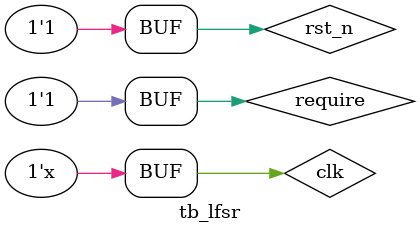
<source format=v>
`timescale 1ns/1ps

module tb_lfsr();

reg   clk, rst_n, require;

initial begin
    clk = 1'b1;
    rst_n = 1'b0;
    require = 1'b1;
    #13
    rst_n = 1'b1;
    #54
    require = 1'b0;
    #57
    require = 1'b1;
end

always #5 clk = ~clk;

lfsr lfsr(
    .clk(clk), 
    .rst_n(rst_n),
    .require(require),
    .random128()
);

endmodule


</source>
